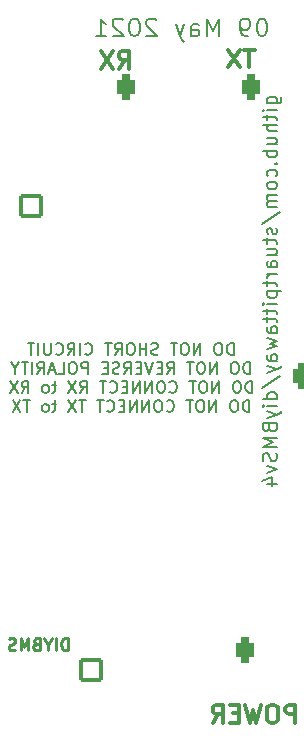
<source format=gbr>
%TF.GenerationSoftware,KiCad,Pcbnew,7.0.5-7.0.5~ubuntu20.04.1*%
%TF.CreationDate,2023-06-23T07:32:12+02:00*%
%TF.ProjectId,ModuleV440,4d6f6475-6c65-4563-9434-302e6b696361,rev?*%
%TF.SameCoordinates,Original*%
%TF.FileFunction,Legend,Bot*%
%TF.FilePolarity,Positive*%
%FSLAX46Y46*%
G04 Gerber Fmt 4.6, Leading zero omitted, Abs format (unit mm)*
G04 Created by KiCad (PCBNEW 7.0.5-7.0.5~ubuntu20.04.1) date 2023-06-23 07:32:12*
%MOMM*%
%LPD*%
G01*
G04 APERTURE LIST*
G04 Aperture macros list*
%AMRoundRect*
0 Rectangle with rounded corners*
0 $1 Rounding radius*
0 $2 $3 $4 $5 $6 $7 $8 $9 X,Y pos of 4 corners*
0 Add a 4 corners polygon primitive as box body*
4,1,4,$2,$3,$4,$5,$6,$7,$8,$9,$2,$3,0*
0 Add four circle primitives for the rounded corners*
1,1,$1+$1,$2,$3*
1,1,$1+$1,$4,$5*
1,1,$1+$1,$6,$7*
1,1,$1+$1,$8,$9*
0 Add four rect primitives between the rounded corners*
20,1,$1+$1,$2,$3,$4,$5,0*
20,1,$1+$1,$4,$5,$6,$7,0*
20,1,$1+$1,$6,$7,$8,$9,0*
20,1,$1+$1,$8,$9,$2,$3,0*%
G04 Aperture macros list end*
%ADD10C,0.200000*%
%ADD11C,0.300000*%
%ADD12C,0.150000*%
%ADD13C,0.250000*%
%ADD14RoundRect,0.450000X0.350000X0.625000X-0.350000X0.625000X-0.350000X-0.625000X0.350000X-0.625000X0*%
%ADD15O,1.600000X2.150000*%
%ADD16C,3.600000*%
%ADD17RoundRect,0.450000X-0.350000X-0.625000X0.350000X-0.625000X0.350000X0.625000X-0.350000X0.625000X0*%
%ADD18RoundRect,0.200000X-0.850000X-0.850000X0.850000X-0.850000X0.850000X0.850000X-0.850000X0.850000X0*%
%ADD19O,2.100000X2.100000*%
%ADD20C,2.800000*%
G04 APERTURE END LIST*
D10*
X22694742Y53535713D02*
X23666171Y53535713D01*
X23666171Y53535713D02*
X23780457Y53592856D01*
X23780457Y53592856D02*
X23837600Y53649999D01*
X23837600Y53649999D02*
X23894742Y53764285D01*
X23894742Y53764285D02*
X23894742Y53935713D01*
X23894742Y53935713D02*
X23837600Y54049999D01*
X23437600Y53535713D02*
X23494742Y53649999D01*
X23494742Y53649999D02*
X23494742Y53878571D01*
X23494742Y53878571D02*
X23437600Y53992856D01*
X23437600Y53992856D02*
X23380457Y54049999D01*
X23380457Y54049999D02*
X23266171Y54107142D01*
X23266171Y54107142D02*
X22923314Y54107142D01*
X22923314Y54107142D02*
X22809028Y54049999D01*
X22809028Y54049999D02*
X22751885Y53992856D01*
X22751885Y53992856D02*
X22694742Y53878571D01*
X22694742Y53878571D02*
X22694742Y53649999D01*
X22694742Y53649999D02*
X22751885Y53535713D01*
X23494742Y52964285D02*
X22694742Y52964285D01*
X22294742Y52964285D02*
X22351885Y53021428D01*
X22351885Y53021428D02*
X22409028Y52964285D01*
X22409028Y52964285D02*
X22351885Y52907142D01*
X22351885Y52907142D02*
X22294742Y52964285D01*
X22294742Y52964285D02*
X22409028Y52964285D01*
X22694742Y52564285D02*
X22694742Y52107142D01*
X22294742Y52392856D02*
X23323314Y52392856D01*
X23323314Y52392856D02*
X23437600Y52335713D01*
X23437600Y52335713D02*
X23494742Y52221428D01*
X23494742Y52221428D02*
X23494742Y52107142D01*
X23494742Y51707142D02*
X22294742Y51707142D01*
X23494742Y51192856D02*
X22866171Y51192856D01*
X22866171Y51192856D02*
X22751885Y51249999D01*
X22751885Y51249999D02*
X22694742Y51364285D01*
X22694742Y51364285D02*
X22694742Y51535714D01*
X22694742Y51535714D02*
X22751885Y51649999D01*
X22751885Y51649999D02*
X22809028Y51707142D01*
X22694742Y50107142D02*
X23494742Y50107142D01*
X22694742Y50621428D02*
X23323314Y50621428D01*
X23323314Y50621428D02*
X23437600Y50564285D01*
X23437600Y50564285D02*
X23494742Y50450000D01*
X23494742Y50450000D02*
X23494742Y50278571D01*
X23494742Y50278571D02*
X23437600Y50164285D01*
X23437600Y50164285D02*
X23380457Y50107142D01*
X23494742Y49535714D02*
X22294742Y49535714D01*
X22751885Y49535714D02*
X22694742Y49421428D01*
X22694742Y49421428D02*
X22694742Y49192857D01*
X22694742Y49192857D02*
X22751885Y49078571D01*
X22751885Y49078571D02*
X22809028Y49021428D01*
X22809028Y49021428D02*
X22923314Y48964286D01*
X22923314Y48964286D02*
X23266171Y48964286D01*
X23266171Y48964286D02*
X23380457Y49021428D01*
X23380457Y49021428D02*
X23437600Y49078571D01*
X23437600Y49078571D02*
X23494742Y49192857D01*
X23494742Y49192857D02*
X23494742Y49421428D01*
X23494742Y49421428D02*
X23437600Y49535714D01*
X23380457Y48450000D02*
X23437600Y48392857D01*
X23437600Y48392857D02*
X23494742Y48450000D01*
X23494742Y48450000D02*
X23437600Y48507143D01*
X23437600Y48507143D02*
X23380457Y48450000D01*
X23380457Y48450000D02*
X23494742Y48450000D01*
X23437600Y47364285D02*
X23494742Y47478571D01*
X23494742Y47478571D02*
X23494742Y47707143D01*
X23494742Y47707143D02*
X23437600Y47821428D01*
X23437600Y47821428D02*
X23380457Y47878571D01*
X23380457Y47878571D02*
X23266171Y47935714D01*
X23266171Y47935714D02*
X22923314Y47935714D01*
X22923314Y47935714D02*
X22809028Y47878571D01*
X22809028Y47878571D02*
X22751885Y47821428D01*
X22751885Y47821428D02*
X22694742Y47707143D01*
X22694742Y47707143D02*
X22694742Y47478571D01*
X22694742Y47478571D02*
X22751885Y47364285D01*
X23494742Y46678572D02*
X23437600Y46792857D01*
X23437600Y46792857D02*
X23380457Y46850000D01*
X23380457Y46850000D02*
X23266171Y46907143D01*
X23266171Y46907143D02*
X22923314Y46907143D01*
X22923314Y46907143D02*
X22809028Y46850000D01*
X22809028Y46850000D02*
X22751885Y46792857D01*
X22751885Y46792857D02*
X22694742Y46678572D01*
X22694742Y46678572D02*
X22694742Y46507143D01*
X22694742Y46507143D02*
X22751885Y46392857D01*
X22751885Y46392857D02*
X22809028Y46335714D01*
X22809028Y46335714D02*
X22923314Y46278572D01*
X22923314Y46278572D02*
X23266171Y46278572D01*
X23266171Y46278572D02*
X23380457Y46335714D01*
X23380457Y46335714D02*
X23437600Y46392857D01*
X23437600Y46392857D02*
X23494742Y46507143D01*
X23494742Y46507143D02*
X23494742Y46678572D01*
X23494742Y45764286D02*
X22694742Y45764286D01*
X22809028Y45764286D02*
X22751885Y45707143D01*
X22751885Y45707143D02*
X22694742Y45592858D01*
X22694742Y45592858D02*
X22694742Y45421429D01*
X22694742Y45421429D02*
X22751885Y45307143D01*
X22751885Y45307143D02*
X22866171Y45250000D01*
X22866171Y45250000D02*
X23494742Y45250000D01*
X22866171Y45250000D02*
X22751885Y45192858D01*
X22751885Y45192858D02*
X22694742Y45078572D01*
X22694742Y45078572D02*
X22694742Y44907143D01*
X22694742Y44907143D02*
X22751885Y44792858D01*
X22751885Y44792858D02*
X22866171Y44735715D01*
X22866171Y44735715D02*
X23494742Y44735715D01*
X22237600Y43307143D02*
X23780457Y44335715D01*
X23437600Y42964286D02*
X23494742Y42850000D01*
X23494742Y42850000D02*
X23494742Y42621429D01*
X23494742Y42621429D02*
X23437600Y42507143D01*
X23437600Y42507143D02*
X23323314Y42450000D01*
X23323314Y42450000D02*
X23266171Y42450000D01*
X23266171Y42450000D02*
X23151885Y42507143D01*
X23151885Y42507143D02*
X23094742Y42621429D01*
X23094742Y42621429D02*
X23094742Y42792857D01*
X23094742Y42792857D02*
X23037600Y42907143D01*
X23037600Y42907143D02*
X22923314Y42964286D01*
X22923314Y42964286D02*
X22866171Y42964286D01*
X22866171Y42964286D02*
X22751885Y42907143D01*
X22751885Y42907143D02*
X22694742Y42792857D01*
X22694742Y42792857D02*
X22694742Y42621429D01*
X22694742Y42621429D02*
X22751885Y42507143D01*
X22694742Y42107143D02*
X22694742Y41650000D01*
X22294742Y41935714D02*
X23323314Y41935714D01*
X23323314Y41935714D02*
X23437600Y41878571D01*
X23437600Y41878571D02*
X23494742Y41764286D01*
X23494742Y41764286D02*
X23494742Y41650000D01*
X22694742Y40735714D02*
X23494742Y40735714D01*
X22694742Y41250000D02*
X23323314Y41250000D01*
X23323314Y41250000D02*
X23437600Y41192857D01*
X23437600Y41192857D02*
X23494742Y41078572D01*
X23494742Y41078572D02*
X23494742Y40907143D01*
X23494742Y40907143D02*
X23437600Y40792857D01*
X23437600Y40792857D02*
X23380457Y40735714D01*
X23494742Y39650000D02*
X22866171Y39650000D01*
X22866171Y39650000D02*
X22751885Y39707143D01*
X22751885Y39707143D02*
X22694742Y39821429D01*
X22694742Y39821429D02*
X22694742Y40050000D01*
X22694742Y40050000D02*
X22751885Y40164286D01*
X23437600Y39650000D02*
X23494742Y39764286D01*
X23494742Y39764286D02*
X23494742Y40050000D01*
X23494742Y40050000D02*
X23437600Y40164286D01*
X23437600Y40164286D02*
X23323314Y40221429D01*
X23323314Y40221429D02*
X23209028Y40221429D01*
X23209028Y40221429D02*
X23094742Y40164286D01*
X23094742Y40164286D02*
X23037600Y40050000D01*
X23037600Y40050000D02*
X23037600Y39764286D01*
X23037600Y39764286D02*
X22980457Y39650000D01*
X23494742Y39078572D02*
X22694742Y39078572D01*
X22923314Y39078572D02*
X22809028Y39021429D01*
X22809028Y39021429D02*
X22751885Y38964286D01*
X22751885Y38964286D02*
X22694742Y38850001D01*
X22694742Y38850001D02*
X22694742Y38735715D01*
X22694742Y38507144D02*
X22694742Y38050001D01*
X22294742Y38335715D02*
X23323314Y38335715D01*
X23323314Y38335715D02*
X23437600Y38278572D01*
X23437600Y38278572D02*
X23494742Y38164287D01*
X23494742Y38164287D02*
X23494742Y38050001D01*
X22694742Y37650001D02*
X23894742Y37650001D01*
X22751885Y37650001D02*
X22694742Y37535715D01*
X22694742Y37535715D02*
X22694742Y37307144D01*
X22694742Y37307144D02*
X22751885Y37192858D01*
X22751885Y37192858D02*
X22809028Y37135715D01*
X22809028Y37135715D02*
X22923314Y37078573D01*
X22923314Y37078573D02*
X23266171Y37078573D01*
X23266171Y37078573D02*
X23380457Y37135715D01*
X23380457Y37135715D02*
X23437600Y37192858D01*
X23437600Y37192858D02*
X23494742Y37307144D01*
X23494742Y37307144D02*
X23494742Y37535715D01*
X23494742Y37535715D02*
X23437600Y37650001D01*
X23494742Y36564287D02*
X22694742Y36564287D01*
X22294742Y36564287D02*
X22351885Y36621430D01*
X22351885Y36621430D02*
X22409028Y36564287D01*
X22409028Y36564287D02*
X22351885Y36507144D01*
X22351885Y36507144D02*
X22294742Y36564287D01*
X22294742Y36564287D02*
X22409028Y36564287D01*
X22694742Y36164287D02*
X22694742Y35707144D01*
X22294742Y35992858D02*
X23323314Y35992858D01*
X23323314Y35992858D02*
X23437600Y35935715D01*
X23437600Y35935715D02*
X23494742Y35821430D01*
X23494742Y35821430D02*
X23494742Y35707144D01*
X22694742Y35478573D02*
X22694742Y35021430D01*
X22294742Y35307144D02*
X23323314Y35307144D01*
X23323314Y35307144D02*
X23437600Y35250001D01*
X23437600Y35250001D02*
X23494742Y35135716D01*
X23494742Y35135716D02*
X23494742Y35021430D01*
X23494742Y34107144D02*
X22866171Y34107144D01*
X22866171Y34107144D02*
X22751885Y34164287D01*
X22751885Y34164287D02*
X22694742Y34278573D01*
X22694742Y34278573D02*
X22694742Y34507144D01*
X22694742Y34507144D02*
X22751885Y34621430D01*
X23437600Y34107144D02*
X23494742Y34221430D01*
X23494742Y34221430D02*
X23494742Y34507144D01*
X23494742Y34507144D02*
X23437600Y34621430D01*
X23437600Y34621430D02*
X23323314Y34678573D01*
X23323314Y34678573D02*
X23209028Y34678573D01*
X23209028Y34678573D02*
X23094742Y34621430D01*
X23094742Y34621430D02*
X23037600Y34507144D01*
X23037600Y34507144D02*
X23037600Y34221430D01*
X23037600Y34221430D02*
X22980457Y34107144D01*
X22694742Y33650002D02*
X23494742Y33421430D01*
X23494742Y33421430D02*
X22923314Y33192859D01*
X22923314Y33192859D02*
X23494742Y32964288D01*
X23494742Y32964288D02*
X22694742Y32735716D01*
X23494742Y31764287D02*
X22866171Y31764287D01*
X22866171Y31764287D02*
X22751885Y31821430D01*
X22751885Y31821430D02*
X22694742Y31935716D01*
X22694742Y31935716D02*
X22694742Y32164287D01*
X22694742Y32164287D02*
X22751885Y32278573D01*
X23437600Y31764287D02*
X23494742Y31878573D01*
X23494742Y31878573D02*
X23494742Y32164287D01*
X23494742Y32164287D02*
X23437600Y32278573D01*
X23437600Y32278573D02*
X23323314Y32335716D01*
X23323314Y32335716D02*
X23209028Y32335716D01*
X23209028Y32335716D02*
X23094742Y32278573D01*
X23094742Y32278573D02*
X23037600Y32164287D01*
X23037600Y32164287D02*
X23037600Y31878573D01*
X23037600Y31878573D02*
X22980457Y31764287D01*
X22694742Y31307145D02*
X23494742Y31021431D01*
X22694742Y30735716D02*
X23494742Y31021431D01*
X23494742Y31021431D02*
X23780457Y31135716D01*
X23780457Y31135716D02*
X23837600Y31192859D01*
X23837600Y31192859D02*
X23894742Y31307145D01*
X22237600Y29421430D02*
X23780457Y30450002D01*
X23494742Y28507144D02*
X22294742Y28507144D01*
X23437600Y28507144D02*
X23494742Y28621430D01*
X23494742Y28621430D02*
X23494742Y28850002D01*
X23494742Y28850002D02*
X23437600Y28964287D01*
X23437600Y28964287D02*
X23380457Y29021430D01*
X23380457Y29021430D02*
X23266171Y29078573D01*
X23266171Y29078573D02*
X22923314Y29078573D01*
X22923314Y29078573D02*
X22809028Y29021430D01*
X22809028Y29021430D02*
X22751885Y28964287D01*
X22751885Y28964287D02*
X22694742Y28850002D01*
X22694742Y28850002D02*
X22694742Y28621430D01*
X22694742Y28621430D02*
X22751885Y28507144D01*
X23494742Y27935716D02*
X22694742Y27935716D01*
X22294742Y27935716D02*
X22351885Y27992859D01*
X22351885Y27992859D02*
X22409028Y27935716D01*
X22409028Y27935716D02*
X22351885Y27878573D01*
X22351885Y27878573D02*
X22294742Y27935716D01*
X22294742Y27935716D02*
X22409028Y27935716D01*
X22694742Y27478573D02*
X23494742Y27192859D01*
X22694742Y26907144D02*
X23494742Y27192859D01*
X23494742Y27192859D02*
X23780457Y27307144D01*
X23780457Y27307144D02*
X23837600Y27364287D01*
X23837600Y27364287D02*
X23894742Y27478573D01*
X22866171Y26050001D02*
X22923314Y25878573D01*
X22923314Y25878573D02*
X22980457Y25821430D01*
X22980457Y25821430D02*
X23094742Y25764287D01*
X23094742Y25764287D02*
X23266171Y25764287D01*
X23266171Y25764287D02*
X23380457Y25821430D01*
X23380457Y25821430D02*
X23437600Y25878573D01*
X23437600Y25878573D02*
X23494742Y25992858D01*
X23494742Y25992858D02*
X23494742Y26450001D01*
X23494742Y26450001D02*
X22294742Y26450001D01*
X22294742Y26450001D02*
X22294742Y26050001D01*
X22294742Y26050001D02*
X22351885Y25935715D01*
X22351885Y25935715D02*
X22409028Y25878573D01*
X22409028Y25878573D02*
X22523314Y25821430D01*
X22523314Y25821430D02*
X22637600Y25821430D01*
X22637600Y25821430D02*
X22751885Y25878573D01*
X22751885Y25878573D02*
X22809028Y25935715D01*
X22809028Y25935715D02*
X22866171Y26050001D01*
X22866171Y26050001D02*
X22866171Y26450001D01*
X23494742Y25250001D02*
X22294742Y25250001D01*
X22294742Y25250001D02*
X23151885Y24850001D01*
X23151885Y24850001D02*
X22294742Y24450001D01*
X22294742Y24450001D02*
X23494742Y24450001D01*
X23437600Y23935715D02*
X23494742Y23764286D01*
X23494742Y23764286D02*
X23494742Y23478572D01*
X23494742Y23478572D02*
X23437600Y23364286D01*
X23437600Y23364286D02*
X23380457Y23307144D01*
X23380457Y23307144D02*
X23266171Y23250001D01*
X23266171Y23250001D02*
X23151885Y23250001D01*
X23151885Y23250001D02*
X23037600Y23307144D01*
X23037600Y23307144D02*
X22980457Y23364286D01*
X22980457Y23364286D02*
X22923314Y23478572D01*
X22923314Y23478572D02*
X22866171Y23707144D01*
X22866171Y23707144D02*
X22809028Y23821429D01*
X22809028Y23821429D02*
X22751885Y23878572D01*
X22751885Y23878572D02*
X22637600Y23935715D01*
X22637600Y23935715D02*
X22523314Y23935715D01*
X22523314Y23935715D02*
X22409028Y23878572D01*
X22409028Y23878572D02*
X22351885Y23821429D01*
X22351885Y23821429D02*
X22294742Y23707144D01*
X22294742Y23707144D02*
X22294742Y23421429D01*
X22294742Y23421429D02*
X22351885Y23250001D01*
X22694742Y22850001D02*
X23494742Y22564287D01*
X23494742Y22564287D02*
X22694742Y22278572D01*
X22694742Y21307143D02*
X23494742Y21307143D01*
X22237600Y21592858D02*
X23094742Y21878572D01*
X23094742Y21878572D02*
X23094742Y21135715D01*
X22310146Y60726472D02*
X22167289Y60726472D01*
X22167289Y60726472D02*
X22024432Y60655043D01*
X22024432Y60655043D02*
X21953004Y60583615D01*
X21953004Y60583615D02*
X21881575Y60440758D01*
X21881575Y60440758D02*
X21810146Y60155043D01*
X21810146Y60155043D02*
X21810146Y59797900D01*
X21810146Y59797900D02*
X21881575Y59512186D01*
X21881575Y59512186D02*
X21953004Y59369329D01*
X21953004Y59369329D02*
X22024432Y59297900D01*
X22024432Y59297900D02*
X22167289Y59226472D01*
X22167289Y59226472D02*
X22310146Y59226472D01*
X22310146Y59226472D02*
X22453004Y59297900D01*
X22453004Y59297900D02*
X22524432Y59369329D01*
X22524432Y59369329D02*
X22595861Y59512186D01*
X22595861Y59512186D02*
X22667289Y59797900D01*
X22667289Y59797900D02*
X22667289Y60155043D01*
X22667289Y60155043D02*
X22595861Y60440758D01*
X22595861Y60440758D02*
X22524432Y60583615D01*
X22524432Y60583615D02*
X22453004Y60655043D01*
X22453004Y60655043D02*
X22310146Y60726472D01*
X21095861Y59226472D02*
X20810147Y59226472D01*
X20810147Y59226472D02*
X20667290Y59297900D01*
X20667290Y59297900D02*
X20595861Y59369329D01*
X20595861Y59369329D02*
X20453004Y59583615D01*
X20453004Y59583615D02*
X20381575Y59869329D01*
X20381575Y59869329D02*
X20381575Y60440758D01*
X20381575Y60440758D02*
X20453004Y60583615D01*
X20453004Y60583615D02*
X20524433Y60655043D01*
X20524433Y60655043D02*
X20667290Y60726472D01*
X20667290Y60726472D02*
X20953004Y60726472D01*
X20953004Y60726472D02*
X21095861Y60655043D01*
X21095861Y60655043D02*
X21167290Y60583615D01*
X21167290Y60583615D02*
X21238718Y60440758D01*
X21238718Y60440758D02*
X21238718Y60083615D01*
X21238718Y60083615D02*
X21167290Y59940758D01*
X21167290Y59940758D02*
X21095861Y59869329D01*
X21095861Y59869329D02*
X20953004Y59797900D01*
X20953004Y59797900D02*
X20667290Y59797900D01*
X20667290Y59797900D02*
X20524433Y59869329D01*
X20524433Y59869329D02*
X20453004Y59940758D01*
X20453004Y59940758D02*
X20381575Y60083615D01*
X18595862Y59226472D02*
X18595862Y60726472D01*
X18595862Y60726472D02*
X18095862Y59655043D01*
X18095862Y59655043D02*
X17595862Y60726472D01*
X17595862Y60726472D02*
X17595862Y59226472D01*
X16238719Y59226472D02*
X16238719Y60012186D01*
X16238719Y60012186D02*
X16310147Y60155043D01*
X16310147Y60155043D02*
X16453004Y60226472D01*
X16453004Y60226472D02*
X16738719Y60226472D01*
X16738719Y60226472D02*
X16881576Y60155043D01*
X16238719Y59297900D02*
X16381576Y59226472D01*
X16381576Y59226472D02*
X16738719Y59226472D01*
X16738719Y59226472D02*
X16881576Y59297900D01*
X16881576Y59297900D02*
X16953004Y59440758D01*
X16953004Y59440758D02*
X16953004Y59583615D01*
X16953004Y59583615D02*
X16881576Y59726472D01*
X16881576Y59726472D02*
X16738719Y59797900D01*
X16738719Y59797900D02*
X16381576Y59797900D01*
X16381576Y59797900D02*
X16238719Y59869329D01*
X15667290Y60226472D02*
X15310147Y59226472D01*
X14953004Y60226472D02*
X15310147Y59226472D01*
X15310147Y59226472D02*
X15453004Y58869329D01*
X15453004Y58869329D02*
X15524433Y58797900D01*
X15524433Y58797900D02*
X15667290Y58726472D01*
X13310147Y60583615D02*
X13238719Y60655043D01*
X13238719Y60655043D02*
X13095862Y60726472D01*
X13095862Y60726472D02*
X12738719Y60726472D01*
X12738719Y60726472D02*
X12595862Y60655043D01*
X12595862Y60655043D02*
X12524433Y60583615D01*
X12524433Y60583615D02*
X12453004Y60440758D01*
X12453004Y60440758D02*
X12453004Y60297900D01*
X12453004Y60297900D02*
X12524433Y60083615D01*
X12524433Y60083615D02*
X13381576Y59226472D01*
X13381576Y59226472D02*
X12453004Y59226472D01*
X11524433Y60726472D02*
X11381576Y60726472D01*
X11381576Y60726472D02*
X11238719Y60655043D01*
X11238719Y60655043D02*
X11167291Y60583615D01*
X11167291Y60583615D02*
X11095862Y60440758D01*
X11095862Y60440758D02*
X11024433Y60155043D01*
X11024433Y60155043D02*
X11024433Y59797900D01*
X11024433Y59797900D02*
X11095862Y59512186D01*
X11095862Y59512186D02*
X11167291Y59369329D01*
X11167291Y59369329D02*
X11238719Y59297900D01*
X11238719Y59297900D02*
X11381576Y59226472D01*
X11381576Y59226472D02*
X11524433Y59226472D01*
X11524433Y59226472D02*
X11667291Y59297900D01*
X11667291Y59297900D02*
X11738719Y59369329D01*
X11738719Y59369329D02*
X11810148Y59512186D01*
X11810148Y59512186D02*
X11881576Y59797900D01*
X11881576Y59797900D02*
X11881576Y60155043D01*
X11881576Y60155043D02*
X11810148Y60440758D01*
X11810148Y60440758D02*
X11738719Y60583615D01*
X11738719Y60583615D02*
X11667291Y60655043D01*
X11667291Y60655043D02*
X11524433Y60726472D01*
X10453005Y60583615D02*
X10381577Y60655043D01*
X10381577Y60655043D02*
X10238720Y60726472D01*
X10238720Y60726472D02*
X9881577Y60726472D01*
X9881577Y60726472D02*
X9738720Y60655043D01*
X9738720Y60655043D02*
X9667291Y60583615D01*
X9667291Y60583615D02*
X9595862Y60440758D01*
X9595862Y60440758D02*
X9595862Y60297900D01*
X9595862Y60297900D02*
X9667291Y60083615D01*
X9667291Y60083615D02*
X10524434Y59226472D01*
X10524434Y59226472D02*
X9595862Y59226472D01*
X8167291Y59226472D02*
X9024434Y59226472D01*
X8595863Y59226472D02*
X8595863Y60726472D01*
X8595863Y60726472D02*
X8738720Y60512186D01*
X8738720Y60512186D02*
X8881577Y60369329D01*
X8881577Y60369329D02*
X9024434Y60297900D01*
D11*
X10124999Y56496672D02*
X10624999Y57210958D01*
X10982142Y56496672D02*
X10982142Y57996672D01*
X10982142Y57996672D02*
X10410713Y57996672D01*
X10410713Y57996672D02*
X10267856Y57925243D01*
X10267856Y57925243D02*
X10196427Y57853815D01*
X10196427Y57853815D02*
X10124999Y57710958D01*
X10124999Y57710958D02*
X10124999Y57496672D01*
X10124999Y57496672D02*
X10196427Y57353815D01*
X10196427Y57353815D02*
X10267856Y57282386D01*
X10267856Y57282386D02*
X10410713Y57210958D01*
X10410713Y57210958D02*
X10982142Y57210958D01*
X9624999Y57996672D02*
X8624999Y56496672D01*
X8624999Y57996672D02*
X9624999Y56496672D01*
X21617856Y58096672D02*
X20760714Y58096672D01*
X21189285Y56596672D02*
X21189285Y58096672D01*
X20403571Y58096672D02*
X19403571Y56596672D01*
X19403571Y58096672D02*
X20403571Y56596672D01*
X25064286Y1121672D02*
X25064286Y2621672D01*
X25064286Y2621672D02*
X24492857Y2621672D01*
X24492857Y2621672D02*
X24350000Y2550243D01*
X24350000Y2550243D02*
X24278571Y2478815D01*
X24278571Y2478815D02*
X24207143Y2335958D01*
X24207143Y2335958D02*
X24207143Y2121672D01*
X24207143Y2121672D02*
X24278571Y1978815D01*
X24278571Y1978815D02*
X24350000Y1907386D01*
X24350000Y1907386D02*
X24492857Y1835958D01*
X24492857Y1835958D02*
X25064286Y1835958D01*
X23278571Y2621672D02*
X22992857Y2621672D01*
X22992857Y2621672D02*
X22850000Y2550243D01*
X22850000Y2550243D02*
X22707143Y2407386D01*
X22707143Y2407386D02*
X22635714Y2121672D01*
X22635714Y2121672D02*
X22635714Y1621672D01*
X22635714Y1621672D02*
X22707143Y1335958D01*
X22707143Y1335958D02*
X22850000Y1193100D01*
X22850000Y1193100D02*
X22992857Y1121672D01*
X22992857Y1121672D02*
X23278571Y1121672D01*
X23278571Y1121672D02*
X23421429Y1193100D01*
X23421429Y1193100D02*
X23564286Y1335958D01*
X23564286Y1335958D02*
X23635714Y1621672D01*
X23635714Y1621672D02*
X23635714Y2121672D01*
X23635714Y2121672D02*
X23564286Y2407386D01*
X23564286Y2407386D02*
X23421429Y2550243D01*
X23421429Y2550243D02*
X23278571Y2621672D01*
X22135714Y2621672D02*
X21778571Y1121672D01*
X21778571Y1121672D02*
X21492857Y2193100D01*
X21492857Y2193100D02*
X21207142Y1121672D01*
X21207142Y1121672D02*
X20850000Y2621672D01*
X20278571Y1907386D02*
X19778571Y1907386D01*
X19564285Y1121672D02*
X20278571Y1121672D01*
X20278571Y1121672D02*
X20278571Y2621672D01*
X20278571Y2621672D02*
X19564285Y2621672D01*
X18064285Y1121672D02*
X18564285Y1835958D01*
X18921428Y1121672D02*
X18921428Y2621672D01*
X18921428Y2621672D02*
X18349999Y2621672D01*
X18349999Y2621672D02*
X18207142Y2550243D01*
X18207142Y2550243D02*
X18135713Y2478815D01*
X18135713Y2478815D02*
X18064285Y2335958D01*
X18064285Y2335958D02*
X18064285Y2121672D01*
X18064285Y2121672D02*
X18135713Y1978815D01*
X18135713Y1978815D02*
X18207142Y1907386D01*
X18207142Y1907386D02*
X18349999Y1835958D01*
X18349999Y1835958D02*
X18921428Y1835958D01*
D12*
X19842856Y32260181D02*
X19842856Y33260181D01*
X19842856Y33260181D02*
X19604761Y33260181D01*
X19604761Y33260181D02*
X19461904Y33212562D01*
X19461904Y33212562D02*
X19366666Y33117324D01*
X19366666Y33117324D02*
X19319047Y33022086D01*
X19319047Y33022086D02*
X19271428Y32831610D01*
X19271428Y32831610D02*
X19271428Y32688753D01*
X19271428Y32688753D02*
X19319047Y32498277D01*
X19319047Y32498277D02*
X19366666Y32403039D01*
X19366666Y32403039D02*
X19461904Y32307800D01*
X19461904Y32307800D02*
X19604761Y32260181D01*
X19604761Y32260181D02*
X19842856Y32260181D01*
X18652380Y33260181D02*
X18461904Y33260181D01*
X18461904Y33260181D02*
X18366666Y33212562D01*
X18366666Y33212562D02*
X18271428Y33117324D01*
X18271428Y33117324D02*
X18223809Y32926848D01*
X18223809Y32926848D02*
X18223809Y32593515D01*
X18223809Y32593515D02*
X18271428Y32403039D01*
X18271428Y32403039D02*
X18366666Y32307800D01*
X18366666Y32307800D02*
X18461904Y32260181D01*
X18461904Y32260181D02*
X18652380Y32260181D01*
X18652380Y32260181D02*
X18747618Y32307800D01*
X18747618Y32307800D02*
X18842856Y32403039D01*
X18842856Y32403039D02*
X18890475Y32593515D01*
X18890475Y32593515D02*
X18890475Y32926848D01*
X18890475Y32926848D02*
X18842856Y33117324D01*
X18842856Y33117324D02*
X18747618Y33212562D01*
X18747618Y33212562D02*
X18652380Y33260181D01*
X17033332Y32260181D02*
X17033332Y33260181D01*
X17033332Y33260181D02*
X16461904Y32260181D01*
X16461904Y32260181D02*
X16461904Y33260181D01*
X15795237Y33260181D02*
X15604761Y33260181D01*
X15604761Y33260181D02*
X15509523Y33212562D01*
X15509523Y33212562D02*
X15414285Y33117324D01*
X15414285Y33117324D02*
X15366666Y32926848D01*
X15366666Y32926848D02*
X15366666Y32593515D01*
X15366666Y32593515D02*
X15414285Y32403039D01*
X15414285Y32403039D02*
X15509523Y32307800D01*
X15509523Y32307800D02*
X15604761Y32260181D01*
X15604761Y32260181D02*
X15795237Y32260181D01*
X15795237Y32260181D02*
X15890475Y32307800D01*
X15890475Y32307800D02*
X15985713Y32403039D01*
X15985713Y32403039D02*
X16033332Y32593515D01*
X16033332Y32593515D02*
X16033332Y32926848D01*
X16033332Y32926848D02*
X15985713Y33117324D01*
X15985713Y33117324D02*
X15890475Y33212562D01*
X15890475Y33212562D02*
X15795237Y33260181D01*
X15080951Y33260181D02*
X14509523Y33260181D01*
X14795237Y32260181D02*
X14795237Y33260181D01*
X13461903Y32307800D02*
X13319046Y32260181D01*
X13319046Y32260181D02*
X13080951Y32260181D01*
X13080951Y32260181D02*
X12985713Y32307800D01*
X12985713Y32307800D02*
X12938094Y32355420D01*
X12938094Y32355420D02*
X12890475Y32450658D01*
X12890475Y32450658D02*
X12890475Y32545896D01*
X12890475Y32545896D02*
X12938094Y32641134D01*
X12938094Y32641134D02*
X12985713Y32688753D01*
X12985713Y32688753D02*
X13080951Y32736372D01*
X13080951Y32736372D02*
X13271427Y32783991D01*
X13271427Y32783991D02*
X13366665Y32831610D01*
X13366665Y32831610D02*
X13414284Y32879229D01*
X13414284Y32879229D02*
X13461903Y32974467D01*
X13461903Y32974467D02*
X13461903Y33069705D01*
X13461903Y33069705D02*
X13414284Y33164943D01*
X13414284Y33164943D02*
X13366665Y33212562D01*
X13366665Y33212562D02*
X13271427Y33260181D01*
X13271427Y33260181D02*
X13033332Y33260181D01*
X13033332Y33260181D02*
X12890475Y33212562D01*
X12461903Y32260181D02*
X12461903Y33260181D01*
X12461903Y32783991D02*
X11890475Y32783991D01*
X11890475Y32260181D02*
X11890475Y33260181D01*
X11223808Y33260181D02*
X11033332Y33260181D01*
X11033332Y33260181D02*
X10938094Y33212562D01*
X10938094Y33212562D02*
X10842856Y33117324D01*
X10842856Y33117324D02*
X10795237Y32926848D01*
X10795237Y32926848D02*
X10795237Y32593515D01*
X10795237Y32593515D02*
X10842856Y32403039D01*
X10842856Y32403039D02*
X10938094Y32307800D01*
X10938094Y32307800D02*
X11033332Y32260181D01*
X11033332Y32260181D02*
X11223808Y32260181D01*
X11223808Y32260181D02*
X11319046Y32307800D01*
X11319046Y32307800D02*
X11414284Y32403039D01*
X11414284Y32403039D02*
X11461903Y32593515D01*
X11461903Y32593515D02*
X11461903Y32926848D01*
X11461903Y32926848D02*
X11414284Y33117324D01*
X11414284Y33117324D02*
X11319046Y33212562D01*
X11319046Y33212562D02*
X11223808Y33260181D01*
X9795237Y32260181D02*
X10128570Y32736372D01*
X10366665Y32260181D02*
X10366665Y33260181D01*
X10366665Y33260181D02*
X9985713Y33260181D01*
X9985713Y33260181D02*
X9890475Y33212562D01*
X9890475Y33212562D02*
X9842856Y33164943D01*
X9842856Y33164943D02*
X9795237Y33069705D01*
X9795237Y33069705D02*
X9795237Y32926848D01*
X9795237Y32926848D02*
X9842856Y32831610D01*
X9842856Y32831610D02*
X9890475Y32783991D01*
X9890475Y32783991D02*
X9985713Y32736372D01*
X9985713Y32736372D02*
X10366665Y32736372D01*
X9509522Y33260181D02*
X8938094Y33260181D01*
X9223808Y32260181D02*
X9223808Y33260181D01*
X7271427Y32355420D02*
X7319046Y32307800D01*
X7319046Y32307800D02*
X7461903Y32260181D01*
X7461903Y32260181D02*
X7557141Y32260181D01*
X7557141Y32260181D02*
X7699998Y32307800D01*
X7699998Y32307800D02*
X7795236Y32403039D01*
X7795236Y32403039D02*
X7842855Y32498277D01*
X7842855Y32498277D02*
X7890474Y32688753D01*
X7890474Y32688753D02*
X7890474Y32831610D01*
X7890474Y32831610D02*
X7842855Y33022086D01*
X7842855Y33022086D02*
X7795236Y33117324D01*
X7795236Y33117324D02*
X7699998Y33212562D01*
X7699998Y33212562D02*
X7557141Y33260181D01*
X7557141Y33260181D02*
X7461903Y33260181D01*
X7461903Y33260181D02*
X7319046Y33212562D01*
X7319046Y33212562D02*
X7271427Y33164943D01*
X6842855Y32260181D02*
X6842855Y33260181D01*
X5795237Y32260181D02*
X6128570Y32736372D01*
X6366665Y32260181D02*
X6366665Y33260181D01*
X6366665Y33260181D02*
X5985713Y33260181D01*
X5985713Y33260181D02*
X5890475Y33212562D01*
X5890475Y33212562D02*
X5842856Y33164943D01*
X5842856Y33164943D02*
X5795237Y33069705D01*
X5795237Y33069705D02*
X5795237Y32926848D01*
X5795237Y32926848D02*
X5842856Y32831610D01*
X5842856Y32831610D02*
X5890475Y32783991D01*
X5890475Y32783991D02*
X5985713Y32736372D01*
X5985713Y32736372D02*
X6366665Y32736372D01*
X4795237Y32355420D02*
X4842856Y32307800D01*
X4842856Y32307800D02*
X4985713Y32260181D01*
X4985713Y32260181D02*
X5080951Y32260181D01*
X5080951Y32260181D02*
X5223808Y32307800D01*
X5223808Y32307800D02*
X5319046Y32403039D01*
X5319046Y32403039D02*
X5366665Y32498277D01*
X5366665Y32498277D02*
X5414284Y32688753D01*
X5414284Y32688753D02*
X5414284Y32831610D01*
X5414284Y32831610D02*
X5366665Y33022086D01*
X5366665Y33022086D02*
X5319046Y33117324D01*
X5319046Y33117324D02*
X5223808Y33212562D01*
X5223808Y33212562D02*
X5080951Y33260181D01*
X5080951Y33260181D02*
X4985713Y33260181D01*
X4985713Y33260181D02*
X4842856Y33212562D01*
X4842856Y33212562D02*
X4795237Y33164943D01*
X4366665Y33260181D02*
X4366665Y32450658D01*
X4366665Y32450658D02*
X4319046Y32355420D01*
X4319046Y32355420D02*
X4271427Y32307800D01*
X4271427Y32307800D02*
X4176189Y32260181D01*
X4176189Y32260181D02*
X3985713Y32260181D01*
X3985713Y32260181D02*
X3890475Y32307800D01*
X3890475Y32307800D02*
X3842856Y32355420D01*
X3842856Y32355420D02*
X3795237Y32450658D01*
X3795237Y32450658D02*
X3795237Y33260181D01*
X3319046Y32260181D02*
X3319046Y33260181D01*
X2985713Y33260181D02*
X2414285Y33260181D01*
X2699999Y32260181D02*
X2699999Y33260181D01*
X21223809Y30650181D02*
X21223809Y31650181D01*
X21223809Y31650181D02*
X20985714Y31650181D01*
X20985714Y31650181D02*
X20842857Y31602562D01*
X20842857Y31602562D02*
X20747619Y31507324D01*
X20747619Y31507324D02*
X20700000Y31412086D01*
X20700000Y31412086D02*
X20652381Y31221610D01*
X20652381Y31221610D02*
X20652381Y31078753D01*
X20652381Y31078753D02*
X20700000Y30888277D01*
X20700000Y30888277D02*
X20747619Y30793039D01*
X20747619Y30793039D02*
X20842857Y30697800D01*
X20842857Y30697800D02*
X20985714Y30650181D01*
X20985714Y30650181D02*
X21223809Y30650181D01*
X20033333Y31650181D02*
X19842857Y31650181D01*
X19842857Y31650181D02*
X19747619Y31602562D01*
X19747619Y31602562D02*
X19652381Y31507324D01*
X19652381Y31507324D02*
X19604762Y31316848D01*
X19604762Y31316848D02*
X19604762Y30983515D01*
X19604762Y30983515D02*
X19652381Y30793039D01*
X19652381Y30793039D02*
X19747619Y30697800D01*
X19747619Y30697800D02*
X19842857Y30650181D01*
X19842857Y30650181D02*
X20033333Y30650181D01*
X20033333Y30650181D02*
X20128571Y30697800D01*
X20128571Y30697800D02*
X20223809Y30793039D01*
X20223809Y30793039D02*
X20271428Y30983515D01*
X20271428Y30983515D02*
X20271428Y31316848D01*
X20271428Y31316848D02*
X20223809Y31507324D01*
X20223809Y31507324D02*
X20128571Y31602562D01*
X20128571Y31602562D02*
X20033333Y31650181D01*
X18414285Y30650181D02*
X18414285Y31650181D01*
X18414285Y31650181D02*
X17842857Y30650181D01*
X17842857Y30650181D02*
X17842857Y31650181D01*
X17176190Y31650181D02*
X16985714Y31650181D01*
X16985714Y31650181D02*
X16890476Y31602562D01*
X16890476Y31602562D02*
X16795238Y31507324D01*
X16795238Y31507324D02*
X16747619Y31316848D01*
X16747619Y31316848D02*
X16747619Y30983515D01*
X16747619Y30983515D02*
X16795238Y30793039D01*
X16795238Y30793039D02*
X16890476Y30697800D01*
X16890476Y30697800D02*
X16985714Y30650181D01*
X16985714Y30650181D02*
X17176190Y30650181D01*
X17176190Y30650181D02*
X17271428Y30697800D01*
X17271428Y30697800D02*
X17366666Y30793039D01*
X17366666Y30793039D02*
X17414285Y30983515D01*
X17414285Y30983515D02*
X17414285Y31316848D01*
X17414285Y31316848D02*
X17366666Y31507324D01*
X17366666Y31507324D02*
X17271428Y31602562D01*
X17271428Y31602562D02*
X17176190Y31650181D01*
X16461904Y31650181D02*
X15890476Y31650181D01*
X16176190Y30650181D02*
X16176190Y31650181D01*
X14223809Y30650181D02*
X14557142Y31126372D01*
X14795237Y30650181D02*
X14795237Y31650181D01*
X14795237Y31650181D02*
X14414285Y31650181D01*
X14414285Y31650181D02*
X14319047Y31602562D01*
X14319047Y31602562D02*
X14271428Y31554943D01*
X14271428Y31554943D02*
X14223809Y31459705D01*
X14223809Y31459705D02*
X14223809Y31316848D01*
X14223809Y31316848D02*
X14271428Y31221610D01*
X14271428Y31221610D02*
X14319047Y31173991D01*
X14319047Y31173991D02*
X14414285Y31126372D01*
X14414285Y31126372D02*
X14795237Y31126372D01*
X13795237Y31173991D02*
X13461904Y31173991D01*
X13319047Y30650181D02*
X13795237Y30650181D01*
X13795237Y30650181D02*
X13795237Y31650181D01*
X13795237Y31650181D02*
X13319047Y31650181D01*
X13033332Y31650181D02*
X12699999Y30650181D01*
X12699999Y30650181D02*
X12366666Y31650181D01*
X12033332Y31173991D02*
X11699999Y31173991D01*
X11557142Y30650181D02*
X12033332Y30650181D01*
X12033332Y30650181D02*
X12033332Y31650181D01*
X12033332Y31650181D02*
X11557142Y31650181D01*
X10557142Y30650181D02*
X10890475Y31126372D01*
X11128570Y30650181D02*
X11128570Y31650181D01*
X11128570Y31650181D02*
X10747618Y31650181D01*
X10747618Y31650181D02*
X10652380Y31602562D01*
X10652380Y31602562D02*
X10604761Y31554943D01*
X10604761Y31554943D02*
X10557142Y31459705D01*
X10557142Y31459705D02*
X10557142Y31316848D01*
X10557142Y31316848D02*
X10604761Y31221610D01*
X10604761Y31221610D02*
X10652380Y31173991D01*
X10652380Y31173991D02*
X10747618Y31126372D01*
X10747618Y31126372D02*
X11128570Y31126372D01*
X10176189Y30697800D02*
X10033332Y30650181D01*
X10033332Y30650181D02*
X9795237Y30650181D01*
X9795237Y30650181D02*
X9699999Y30697800D01*
X9699999Y30697800D02*
X9652380Y30745420D01*
X9652380Y30745420D02*
X9604761Y30840658D01*
X9604761Y30840658D02*
X9604761Y30935896D01*
X9604761Y30935896D02*
X9652380Y31031134D01*
X9652380Y31031134D02*
X9699999Y31078753D01*
X9699999Y31078753D02*
X9795237Y31126372D01*
X9795237Y31126372D02*
X9985713Y31173991D01*
X9985713Y31173991D02*
X10080951Y31221610D01*
X10080951Y31221610D02*
X10128570Y31269229D01*
X10128570Y31269229D02*
X10176189Y31364467D01*
X10176189Y31364467D02*
X10176189Y31459705D01*
X10176189Y31459705D02*
X10128570Y31554943D01*
X10128570Y31554943D02*
X10080951Y31602562D01*
X10080951Y31602562D02*
X9985713Y31650181D01*
X9985713Y31650181D02*
X9747618Y31650181D01*
X9747618Y31650181D02*
X9604761Y31602562D01*
X9176189Y31173991D02*
X8842856Y31173991D01*
X8699999Y30650181D02*
X9176189Y30650181D01*
X9176189Y30650181D02*
X9176189Y31650181D01*
X9176189Y31650181D02*
X8699999Y31650181D01*
X7509522Y30650181D02*
X7509522Y31650181D01*
X7509522Y31650181D02*
X7128570Y31650181D01*
X7128570Y31650181D02*
X7033332Y31602562D01*
X7033332Y31602562D02*
X6985713Y31554943D01*
X6985713Y31554943D02*
X6938094Y31459705D01*
X6938094Y31459705D02*
X6938094Y31316848D01*
X6938094Y31316848D02*
X6985713Y31221610D01*
X6985713Y31221610D02*
X7033332Y31173991D01*
X7033332Y31173991D02*
X7128570Y31126372D01*
X7128570Y31126372D02*
X7509522Y31126372D01*
X6319046Y31650181D02*
X6128570Y31650181D01*
X6128570Y31650181D02*
X6033332Y31602562D01*
X6033332Y31602562D02*
X5938094Y31507324D01*
X5938094Y31507324D02*
X5890475Y31316848D01*
X5890475Y31316848D02*
X5890475Y30983515D01*
X5890475Y30983515D02*
X5938094Y30793039D01*
X5938094Y30793039D02*
X6033332Y30697800D01*
X6033332Y30697800D02*
X6128570Y30650181D01*
X6128570Y30650181D02*
X6319046Y30650181D01*
X6319046Y30650181D02*
X6414284Y30697800D01*
X6414284Y30697800D02*
X6509522Y30793039D01*
X6509522Y30793039D02*
X6557141Y30983515D01*
X6557141Y30983515D02*
X6557141Y31316848D01*
X6557141Y31316848D02*
X6509522Y31507324D01*
X6509522Y31507324D02*
X6414284Y31602562D01*
X6414284Y31602562D02*
X6319046Y31650181D01*
X4985713Y30650181D02*
X5461903Y30650181D01*
X5461903Y30650181D02*
X5461903Y31650181D01*
X4699998Y30935896D02*
X4223808Y30935896D01*
X4795236Y30650181D02*
X4461903Y31650181D01*
X4461903Y31650181D02*
X4128570Y30650181D01*
X3223808Y30650181D02*
X3557141Y31126372D01*
X3795236Y30650181D02*
X3795236Y31650181D01*
X3795236Y31650181D02*
X3414284Y31650181D01*
X3414284Y31650181D02*
X3319046Y31602562D01*
X3319046Y31602562D02*
X3271427Y31554943D01*
X3271427Y31554943D02*
X3223808Y31459705D01*
X3223808Y31459705D02*
X3223808Y31316848D01*
X3223808Y31316848D02*
X3271427Y31221610D01*
X3271427Y31221610D02*
X3319046Y31173991D01*
X3319046Y31173991D02*
X3414284Y31126372D01*
X3414284Y31126372D02*
X3795236Y31126372D01*
X2795236Y30650181D02*
X2795236Y31650181D01*
X2461903Y31650181D02*
X1890475Y31650181D01*
X2176189Y30650181D02*
X2176189Y31650181D01*
X1366665Y31126372D02*
X1366665Y30650181D01*
X1699998Y31650181D02*
X1366665Y31126372D01*
X1366665Y31126372D02*
X1033332Y31650181D01*
X21414286Y29040181D02*
X21414286Y30040181D01*
X21414286Y30040181D02*
X21176191Y30040181D01*
X21176191Y30040181D02*
X21033334Y29992562D01*
X21033334Y29992562D02*
X20938096Y29897324D01*
X20938096Y29897324D02*
X20890477Y29802086D01*
X20890477Y29802086D02*
X20842858Y29611610D01*
X20842858Y29611610D02*
X20842858Y29468753D01*
X20842858Y29468753D02*
X20890477Y29278277D01*
X20890477Y29278277D02*
X20938096Y29183039D01*
X20938096Y29183039D02*
X21033334Y29087800D01*
X21033334Y29087800D02*
X21176191Y29040181D01*
X21176191Y29040181D02*
X21414286Y29040181D01*
X20223810Y30040181D02*
X20033334Y30040181D01*
X20033334Y30040181D02*
X19938096Y29992562D01*
X19938096Y29992562D02*
X19842858Y29897324D01*
X19842858Y29897324D02*
X19795239Y29706848D01*
X19795239Y29706848D02*
X19795239Y29373515D01*
X19795239Y29373515D02*
X19842858Y29183039D01*
X19842858Y29183039D02*
X19938096Y29087800D01*
X19938096Y29087800D02*
X20033334Y29040181D01*
X20033334Y29040181D02*
X20223810Y29040181D01*
X20223810Y29040181D02*
X20319048Y29087800D01*
X20319048Y29087800D02*
X20414286Y29183039D01*
X20414286Y29183039D02*
X20461905Y29373515D01*
X20461905Y29373515D02*
X20461905Y29706848D01*
X20461905Y29706848D02*
X20414286Y29897324D01*
X20414286Y29897324D02*
X20319048Y29992562D01*
X20319048Y29992562D02*
X20223810Y30040181D01*
X18604762Y29040181D02*
X18604762Y30040181D01*
X18604762Y30040181D02*
X18033334Y29040181D01*
X18033334Y29040181D02*
X18033334Y30040181D01*
X17366667Y30040181D02*
X17176191Y30040181D01*
X17176191Y30040181D02*
X17080953Y29992562D01*
X17080953Y29992562D02*
X16985715Y29897324D01*
X16985715Y29897324D02*
X16938096Y29706848D01*
X16938096Y29706848D02*
X16938096Y29373515D01*
X16938096Y29373515D02*
X16985715Y29183039D01*
X16985715Y29183039D02*
X17080953Y29087800D01*
X17080953Y29087800D02*
X17176191Y29040181D01*
X17176191Y29040181D02*
X17366667Y29040181D01*
X17366667Y29040181D02*
X17461905Y29087800D01*
X17461905Y29087800D02*
X17557143Y29183039D01*
X17557143Y29183039D02*
X17604762Y29373515D01*
X17604762Y29373515D02*
X17604762Y29706848D01*
X17604762Y29706848D02*
X17557143Y29897324D01*
X17557143Y29897324D02*
X17461905Y29992562D01*
X17461905Y29992562D02*
X17366667Y30040181D01*
X16652381Y30040181D02*
X16080953Y30040181D01*
X16366667Y29040181D02*
X16366667Y30040181D01*
X14414286Y29135420D02*
X14461905Y29087800D01*
X14461905Y29087800D02*
X14604762Y29040181D01*
X14604762Y29040181D02*
X14700000Y29040181D01*
X14700000Y29040181D02*
X14842857Y29087800D01*
X14842857Y29087800D02*
X14938095Y29183039D01*
X14938095Y29183039D02*
X14985714Y29278277D01*
X14985714Y29278277D02*
X15033333Y29468753D01*
X15033333Y29468753D02*
X15033333Y29611610D01*
X15033333Y29611610D02*
X14985714Y29802086D01*
X14985714Y29802086D02*
X14938095Y29897324D01*
X14938095Y29897324D02*
X14842857Y29992562D01*
X14842857Y29992562D02*
X14700000Y30040181D01*
X14700000Y30040181D02*
X14604762Y30040181D01*
X14604762Y30040181D02*
X14461905Y29992562D01*
X14461905Y29992562D02*
X14414286Y29944943D01*
X13795238Y30040181D02*
X13604762Y30040181D01*
X13604762Y30040181D02*
X13509524Y29992562D01*
X13509524Y29992562D02*
X13414286Y29897324D01*
X13414286Y29897324D02*
X13366667Y29706848D01*
X13366667Y29706848D02*
X13366667Y29373515D01*
X13366667Y29373515D02*
X13414286Y29183039D01*
X13414286Y29183039D02*
X13509524Y29087800D01*
X13509524Y29087800D02*
X13604762Y29040181D01*
X13604762Y29040181D02*
X13795238Y29040181D01*
X13795238Y29040181D02*
X13890476Y29087800D01*
X13890476Y29087800D02*
X13985714Y29183039D01*
X13985714Y29183039D02*
X14033333Y29373515D01*
X14033333Y29373515D02*
X14033333Y29706848D01*
X14033333Y29706848D02*
X13985714Y29897324D01*
X13985714Y29897324D02*
X13890476Y29992562D01*
X13890476Y29992562D02*
X13795238Y30040181D01*
X12938095Y29040181D02*
X12938095Y30040181D01*
X12938095Y30040181D02*
X12366667Y29040181D01*
X12366667Y29040181D02*
X12366667Y30040181D01*
X11890476Y29040181D02*
X11890476Y30040181D01*
X11890476Y30040181D02*
X11319048Y29040181D01*
X11319048Y29040181D02*
X11319048Y30040181D01*
X10842857Y29563991D02*
X10509524Y29563991D01*
X10366667Y29040181D02*
X10842857Y29040181D01*
X10842857Y29040181D02*
X10842857Y30040181D01*
X10842857Y30040181D02*
X10366667Y30040181D01*
X9366667Y29135420D02*
X9414286Y29087800D01*
X9414286Y29087800D02*
X9557143Y29040181D01*
X9557143Y29040181D02*
X9652381Y29040181D01*
X9652381Y29040181D02*
X9795238Y29087800D01*
X9795238Y29087800D02*
X9890476Y29183039D01*
X9890476Y29183039D02*
X9938095Y29278277D01*
X9938095Y29278277D02*
X9985714Y29468753D01*
X9985714Y29468753D02*
X9985714Y29611610D01*
X9985714Y29611610D02*
X9938095Y29802086D01*
X9938095Y29802086D02*
X9890476Y29897324D01*
X9890476Y29897324D02*
X9795238Y29992562D01*
X9795238Y29992562D02*
X9652381Y30040181D01*
X9652381Y30040181D02*
X9557143Y30040181D01*
X9557143Y30040181D02*
X9414286Y29992562D01*
X9414286Y29992562D02*
X9366667Y29944943D01*
X9080952Y30040181D02*
X8509524Y30040181D01*
X8795238Y29040181D02*
X8795238Y30040181D01*
X6842857Y29040181D02*
X7176190Y29516372D01*
X7414285Y29040181D02*
X7414285Y30040181D01*
X7414285Y30040181D02*
X7033333Y30040181D01*
X7033333Y30040181D02*
X6938095Y29992562D01*
X6938095Y29992562D02*
X6890476Y29944943D01*
X6890476Y29944943D02*
X6842857Y29849705D01*
X6842857Y29849705D02*
X6842857Y29706848D01*
X6842857Y29706848D02*
X6890476Y29611610D01*
X6890476Y29611610D02*
X6938095Y29563991D01*
X6938095Y29563991D02*
X7033333Y29516372D01*
X7033333Y29516372D02*
X7414285Y29516372D01*
X6509523Y30040181D02*
X5842857Y29040181D01*
X5842857Y30040181D02*
X6509523Y29040181D01*
X4842856Y29706848D02*
X4461904Y29706848D01*
X4699999Y30040181D02*
X4699999Y29183039D01*
X4699999Y29183039D02*
X4652380Y29087800D01*
X4652380Y29087800D02*
X4557142Y29040181D01*
X4557142Y29040181D02*
X4461904Y29040181D01*
X3985713Y29040181D02*
X4080951Y29087800D01*
X4080951Y29087800D02*
X4128570Y29135420D01*
X4128570Y29135420D02*
X4176189Y29230658D01*
X4176189Y29230658D02*
X4176189Y29516372D01*
X4176189Y29516372D02*
X4128570Y29611610D01*
X4128570Y29611610D02*
X4080951Y29659229D01*
X4080951Y29659229D02*
X3985713Y29706848D01*
X3985713Y29706848D02*
X3842856Y29706848D01*
X3842856Y29706848D02*
X3747618Y29659229D01*
X3747618Y29659229D02*
X3699999Y29611610D01*
X3699999Y29611610D02*
X3652380Y29516372D01*
X3652380Y29516372D02*
X3652380Y29230658D01*
X3652380Y29230658D02*
X3699999Y29135420D01*
X3699999Y29135420D02*
X3747618Y29087800D01*
X3747618Y29087800D02*
X3842856Y29040181D01*
X3842856Y29040181D02*
X3985713Y29040181D01*
X1890475Y29040181D02*
X2223808Y29516372D01*
X2461903Y29040181D02*
X2461903Y30040181D01*
X2461903Y30040181D02*
X2080951Y30040181D01*
X2080951Y30040181D02*
X1985713Y29992562D01*
X1985713Y29992562D02*
X1938094Y29944943D01*
X1938094Y29944943D02*
X1890475Y29849705D01*
X1890475Y29849705D02*
X1890475Y29706848D01*
X1890475Y29706848D02*
X1938094Y29611610D01*
X1938094Y29611610D02*
X1985713Y29563991D01*
X1985713Y29563991D02*
X2080951Y29516372D01*
X2080951Y29516372D02*
X2461903Y29516372D01*
X1557141Y30040181D02*
X890475Y29040181D01*
X890475Y30040181D02*
X1557141Y29040181D01*
X21176191Y27430181D02*
X21176191Y28430181D01*
X21176191Y28430181D02*
X20938096Y28430181D01*
X20938096Y28430181D02*
X20795239Y28382562D01*
X20795239Y28382562D02*
X20700001Y28287324D01*
X20700001Y28287324D02*
X20652382Y28192086D01*
X20652382Y28192086D02*
X20604763Y28001610D01*
X20604763Y28001610D02*
X20604763Y27858753D01*
X20604763Y27858753D02*
X20652382Y27668277D01*
X20652382Y27668277D02*
X20700001Y27573039D01*
X20700001Y27573039D02*
X20795239Y27477800D01*
X20795239Y27477800D02*
X20938096Y27430181D01*
X20938096Y27430181D02*
X21176191Y27430181D01*
X19985715Y28430181D02*
X19795239Y28430181D01*
X19795239Y28430181D02*
X19700001Y28382562D01*
X19700001Y28382562D02*
X19604763Y28287324D01*
X19604763Y28287324D02*
X19557144Y28096848D01*
X19557144Y28096848D02*
X19557144Y27763515D01*
X19557144Y27763515D02*
X19604763Y27573039D01*
X19604763Y27573039D02*
X19700001Y27477800D01*
X19700001Y27477800D02*
X19795239Y27430181D01*
X19795239Y27430181D02*
X19985715Y27430181D01*
X19985715Y27430181D02*
X20080953Y27477800D01*
X20080953Y27477800D02*
X20176191Y27573039D01*
X20176191Y27573039D02*
X20223810Y27763515D01*
X20223810Y27763515D02*
X20223810Y28096848D01*
X20223810Y28096848D02*
X20176191Y28287324D01*
X20176191Y28287324D02*
X20080953Y28382562D01*
X20080953Y28382562D02*
X19985715Y28430181D01*
X18366667Y27430181D02*
X18366667Y28430181D01*
X18366667Y28430181D02*
X17795239Y27430181D01*
X17795239Y27430181D02*
X17795239Y28430181D01*
X17128572Y28430181D02*
X16938096Y28430181D01*
X16938096Y28430181D02*
X16842858Y28382562D01*
X16842858Y28382562D02*
X16747620Y28287324D01*
X16747620Y28287324D02*
X16700001Y28096848D01*
X16700001Y28096848D02*
X16700001Y27763515D01*
X16700001Y27763515D02*
X16747620Y27573039D01*
X16747620Y27573039D02*
X16842858Y27477800D01*
X16842858Y27477800D02*
X16938096Y27430181D01*
X16938096Y27430181D02*
X17128572Y27430181D01*
X17128572Y27430181D02*
X17223810Y27477800D01*
X17223810Y27477800D02*
X17319048Y27573039D01*
X17319048Y27573039D02*
X17366667Y27763515D01*
X17366667Y27763515D02*
X17366667Y28096848D01*
X17366667Y28096848D02*
X17319048Y28287324D01*
X17319048Y28287324D02*
X17223810Y28382562D01*
X17223810Y28382562D02*
X17128572Y28430181D01*
X16414286Y28430181D02*
X15842858Y28430181D01*
X16128572Y27430181D02*
X16128572Y28430181D01*
X14176191Y27525420D02*
X14223810Y27477800D01*
X14223810Y27477800D02*
X14366667Y27430181D01*
X14366667Y27430181D02*
X14461905Y27430181D01*
X14461905Y27430181D02*
X14604762Y27477800D01*
X14604762Y27477800D02*
X14700000Y27573039D01*
X14700000Y27573039D02*
X14747619Y27668277D01*
X14747619Y27668277D02*
X14795238Y27858753D01*
X14795238Y27858753D02*
X14795238Y28001610D01*
X14795238Y28001610D02*
X14747619Y28192086D01*
X14747619Y28192086D02*
X14700000Y28287324D01*
X14700000Y28287324D02*
X14604762Y28382562D01*
X14604762Y28382562D02*
X14461905Y28430181D01*
X14461905Y28430181D02*
X14366667Y28430181D01*
X14366667Y28430181D02*
X14223810Y28382562D01*
X14223810Y28382562D02*
X14176191Y28334943D01*
X13557143Y28430181D02*
X13366667Y28430181D01*
X13366667Y28430181D02*
X13271429Y28382562D01*
X13271429Y28382562D02*
X13176191Y28287324D01*
X13176191Y28287324D02*
X13128572Y28096848D01*
X13128572Y28096848D02*
X13128572Y27763515D01*
X13128572Y27763515D02*
X13176191Y27573039D01*
X13176191Y27573039D02*
X13271429Y27477800D01*
X13271429Y27477800D02*
X13366667Y27430181D01*
X13366667Y27430181D02*
X13557143Y27430181D01*
X13557143Y27430181D02*
X13652381Y27477800D01*
X13652381Y27477800D02*
X13747619Y27573039D01*
X13747619Y27573039D02*
X13795238Y27763515D01*
X13795238Y27763515D02*
X13795238Y28096848D01*
X13795238Y28096848D02*
X13747619Y28287324D01*
X13747619Y28287324D02*
X13652381Y28382562D01*
X13652381Y28382562D02*
X13557143Y28430181D01*
X12700000Y27430181D02*
X12700000Y28430181D01*
X12700000Y28430181D02*
X12128572Y27430181D01*
X12128572Y27430181D02*
X12128572Y28430181D01*
X11652381Y27430181D02*
X11652381Y28430181D01*
X11652381Y28430181D02*
X11080953Y27430181D01*
X11080953Y27430181D02*
X11080953Y28430181D01*
X10604762Y27953991D02*
X10271429Y27953991D01*
X10128572Y27430181D02*
X10604762Y27430181D01*
X10604762Y27430181D02*
X10604762Y28430181D01*
X10604762Y28430181D02*
X10128572Y28430181D01*
X9128572Y27525420D02*
X9176191Y27477800D01*
X9176191Y27477800D02*
X9319048Y27430181D01*
X9319048Y27430181D02*
X9414286Y27430181D01*
X9414286Y27430181D02*
X9557143Y27477800D01*
X9557143Y27477800D02*
X9652381Y27573039D01*
X9652381Y27573039D02*
X9700000Y27668277D01*
X9700000Y27668277D02*
X9747619Y27858753D01*
X9747619Y27858753D02*
X9747619Y28001610D01*
X9747619Y28001610D02*
X9700000Y28192086D01*
X9700000Y28192086D02*
X9652381Y28287324D01*
X9652381Y28287324D02*
X9557143Y28382562D01*
X9557143Y28382562D02*
X9414286Y28430181D01*
X9414286Y28430181D02*
X9319048Y28430181D01*
X9319048Y28430181D02*
X9176191Y28382562D01*
X9176191Y28382562D02*
X9128572Y28334943D01*
X8842857Y28430181D02*
X8271429Y28430181D01*
X8557143Y27430181D02*
X8557143Y28430181D01*
X7319047Y28430181D02*
X6747619Y28430181D01*
X7033333Y27430181D02*
X7033333Y28430181D01*
X6509523Y28430181D02*
X5842857Y27430181D01*
X5842857Y28430181D02*
X6509523Y27430181D01*
X4842856Y28096848D02*
X4461904Y28096848D01*
X4699999Y28430181D02*
X4699999Y27573039D01*
X4699999Y27573039D02*
X4652380Y27477800D01*
X4652380Y27477800D02*
X4557142Y27430181D01*
X4557142Y27430181D02*
X4461904Y27430181D01*
X3985713Y27430181D02*
X4080951Y27477800D01*
X4080951Y27477800D02*
X4128570Y27525420D01*
X4128570Y27525420D02*
X4176189Y27620658D01*
X4176189Y27620658D02*
X4176189Y27906372D01*
X4176189Y27906372D02*
X4128570Y28001610D01*
X4128570Y28001610D02*
X4080951Y28049229D01*
X4080951Y28049229D02*
X3985713Y28096848D01*
X3985713Y28096848D02*
X3842856Y28096848D01*
X3842856Y28096848D02*
X3747618Y28049229D01*
X3747618Y28049229D02*
X3699999Y28001610D01*
X3699999Y28001610D02*
X3652380Y27906372D01*
X3652380Y27906372D02*
X3652380Y27620658D01*
X3652380Y27620658D02*
X3699999Y27525420D01*
X3699999Y27525420D02*
X3747618Y27477800D01*
X3747618Y27477800D02*
X3842856Y27430181D01*
X3842856Y27430181D02*
X3985713Y27430181D01*
X2604760Y28430181D02*
X2033332Y28430181D01*
X2319046Y27430181D02*
X2319046Y28430181D01*
X1795236Y28430181D02*
X1128570Y27430181D01*
X1128570Y28430181D02*
X1795236Y27430181D01*
D13*
X5804948Y7250381D02*
X5804948Y8250381D01*
X5804948Y8250381D02*
X5566853Y8250381D01*
X5566853Y8250381D02*
X5423996Y8202762D01*
X5423996Y8202762D02*
X5328758Y8107524D01*
X5328758Y8107524D02*
X5281139Y8012286D01*
X5281139Y8012286D02*
X5233520Y7821810D01*
X5233520Y7821810D02*
X5233520Y7678953D01*
X5233520Y7678953D02*
X5281139Y7488477D01*
X5281139Y7488477D02*
X5328758Y7393239D01*
X5328758Y7393239D02*
X5423996Y7298000D01*
X5423996Y7298000D02*
X5566853Y7250381D01*
X5566853Y7250381D02*
X5804948Y7250381D01*
X4804948Y7250381D02*
X4804948Y8250381D01*
X4138282Y7726572D02*
X4138282Y7250381D01*
X4471615Y8250381D02*
X4138282Y7726572D01*
X4138282Y7726572D02*
X3804949Y8250381D01*
X3138282Y7774191D02*
X2995425Y7726572D01*
X2995425Y7726572D02*
X2947806Y7678953D01*
X2947806Y7678953D02*
X2900187Y7583715D01*
X2900187Y7583715D02*
X2900187Y7440858D01*
X2900187Y7440858D02*
X2947806Y7345620D01*
X2947806Y7345620D02*
X2995425Y7298000D01*
X2995425Y7298000D02*
X3090663Y7250381D01*
X3090663Y7250381D02*
X3471615Y7250381D01*
X3471615Y7250381D02*
X3471615Y8250381D01*
X3471615Y8250381D02*
X3138282Y8250381D01*
X3138282Y8250381D02*
X3043044Y8202762D01*
X3043044Y8202762D02*
X2995425Y8155143D01*
X2995425Y8155143D02*
X2947806Y8059905D01*
X2947806Y8059905D02*
X2947806Y7964667D01*
X2947806Y7964667D02*
X2995425Y7869429D01*
X2995425Y7869429D02*
X3043044Y7821810D01*
X3043044Y7821810D02*
X3138282Y7774191D01*
X3138282Y7774191D02*
X3471615Y7774191D01*
X2471615Y7250381D02*
X2471615Y8250381D01*
X2471615Y8250381D02*
X2138282Y7536096D01*
X2138282Y7536096D02*
X1804949Y8250381D01*
X1804949Y8250381D02*
X1804949Y7250381D01*
X1376377Y7298000D02*
X1233520Y7250381D01*
X1233520Y7250381D02*
X995425Y7250381D01*
X995425Y7250381D02*
X900187Y7298000D01*
X900187Y7298000D02*
X852568Y7345620D01*
X852568Y7345620D02*
X804949Y7440858D01*
X804949Y7440858D02*
X804949Y7536096D01*
X804949Y7536096D02*
X852568Y7631334D01*
X852568Y7631334D02*
X900187Y7678953D01*
X900187Y7678953D02*
X995425Y7726572D01*
X995425Y7726572D02*
X1185901Y7774191D01*
X1185901Y7774191D02*
X1281139Y7821810D01*
X1281139Y7821810D02*
X1328758Y7869429D01*
X1328758Y7869429D02*
X1376377Y7964667D01*
X1376377Y7964667D02*
X1376377Y8059905D01*
X1376377Y8059905D02*
X1328758Y8155143D01*
X1328758Y8155143D02*
X1281139Y8202762D01*
X1281139Y8202762D02*
X1185901Y8250381D01*
X1185901Y8250381D02*
X947806Y8250381D01*
X947806Y8250381D02*
X804949Y8202762D01*
%LPC*%
D14*
%TO.C,RX1*%
X10700000Y54950000D03*
D15*
X8700000Y54950000D03*
%TD*%
D16*
%TO.C,REF\u002A\u002A*%
X2750000Y58600000D03*
%TD*%
%TO.C,REF\u002A\u002A*%
X27250000Y58600000D03*
%TD*%
D17*
%TO.C,EXTTEMP1*%
X25600000Y30450000D03*
D15*
X27600000Y30450000D03*
%TD*%
D14*
%TO.C,TX1*%
X21300000Y54950000D03*
D15*
X19300000Y54950000D03*
%TD*%
D18*
%TO.C,REMOTE1*%
X7750000Y5575000D03*
D19*
X7750000Y3035000D03*
%TD*%
D17*
%TO.C,POWER1*%
X20850000Y7300000D03*
D15*
X22850000Y7300000D03*
%TD*%
D16*
%TO.C,REF\u002A\u002A*%
X14840000Y3700000D03*
%TD*%
D18*
%TO.C,J2*%
X2725000Y44875000D03*
D19*
X5265000Y44875000D03*
X2725000Y42335000D03*
X5265000Y42335000D03*
X2725000Y39795000D03*
X5265000Y39795000D03*
%TD*%
D20*
%TO.C,R30*%
X12660000Y22225000D03*
X7660000Y22225000D03*
%TD*%
%LPD*%
M02*

</source>
